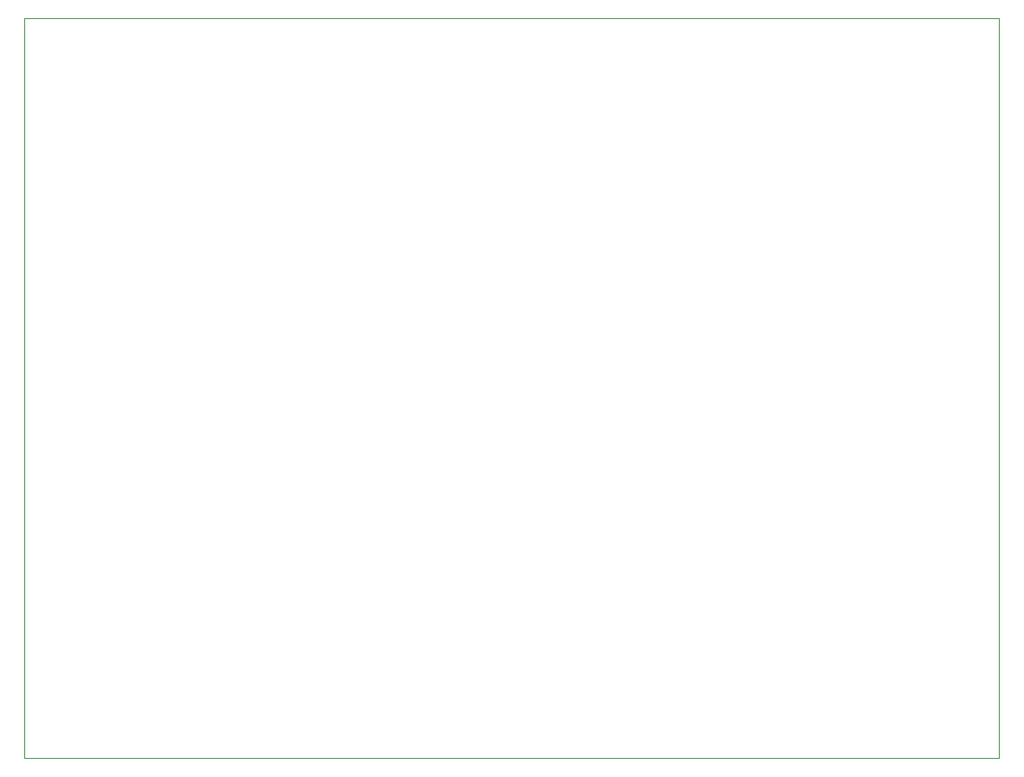
<source format=gbr>
%TF.GenerationSoftware,KiCad,Pcbnew,(5.1.9)-1*%
%TF.CreationDate,2022-07-22T17:15:22+09:00*%
%TF.ProjectId,Receiver,52656365-6976-4657-922e-6b696361645f,rev?*%
%TF.SameCoordinates,Original*%
%TF.FileFunction,Profile,NP*%
%FSLAX46Y46*%
G04 Gerber Fmt 4.6, Leading zero omitted, Abs format (unit mm)*
G04 Created by KiCad (PCBNEW (5.1.9)-1) date 2022-07-22 17:15:22*
%MOMM*%
%LPD*%
G01*
G04 APERTURE LIST*
%TA.AperFunction,Profile*%
%ADD10C,0.050000*%
%TD*%
G04 APERTURE END LIST*
D10*
X195580000Y-152400000D02*
X100330000Y-152400000D01*
X100330000Y-80010000D02*
X195580000Y-80010000D01*
X100330000Y-152400000D02*
X100330000Y-80010000D01*
X195580000Y-82550000D02*
X195580000Y-80010000D01*
X195580000Y-81280000D02*
X195580000Y-152400000D01*
M02*

</source>
